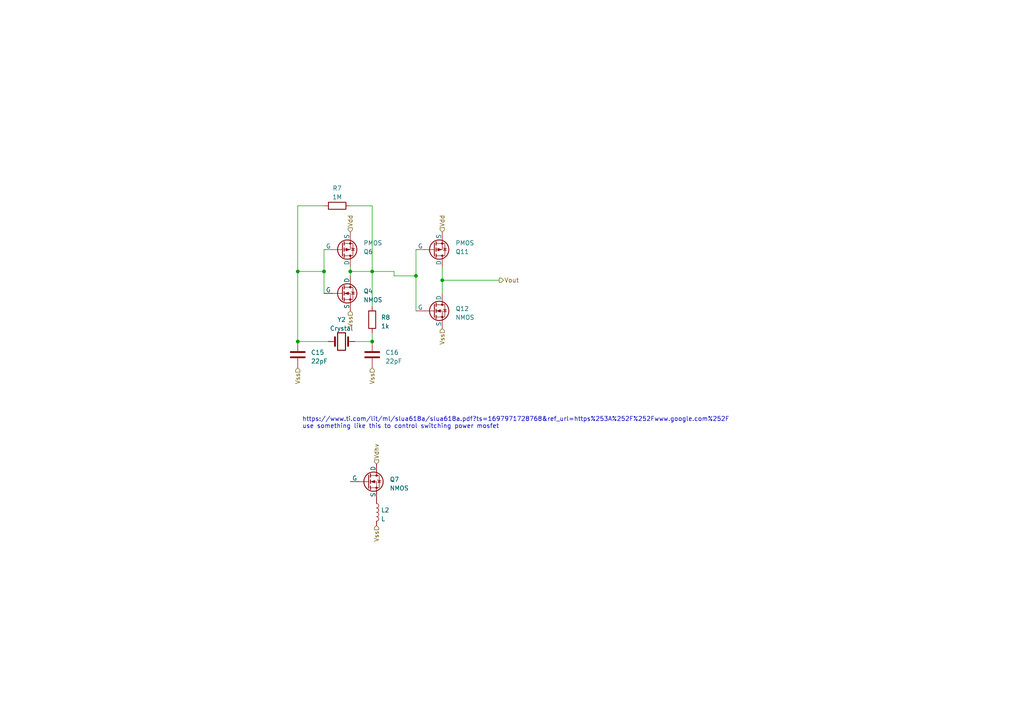
<source format=kicad_sch>
(kicad_sch (version 20230121) (generator eeschema)
  (paper "A4")
  (lib_symbols
    (symbol "Device:C" (pin_numbers hide) (pin_names (offset 0.254))
      (property "Reference" "C" (at 0.635 2.54 0))
      (property "Value" "C" (at 0.635 -2.54 0))
      (symbol "C_0_1"
        (polyline (pts (xy -2.032 -0.762) (xy 2.032 -0.762)) (stroke (width 0.508)))
        (polyline (pts (xy -2.032 0.762) (xy 2.032 0.762)) (stroke (width 0.508)))
      )
      (symbol "C_1_1"
        (pin passive line (at 0 3.81 270) (length 2.794) (name "~") (number "1"))
        (pin passive line (at 0 -3.81 90) (length 2.794) (name "~") (number "2"))
      )
    )
    (symbol "Device:Crystal" (pin_numbers hide) (pin_names (offset 1.016) hide)
      (property "Reference" "Y" (at 0 3.81 0))
      (property "Value" "Crystal" (at 0 -3.81 0))
      (symbol "Crystal_0_1"
        (rectangle (start -1.143 2.54) (end 1.143 -2.54) (stroke (width 0.3048)))
        (polyline (pts (xy -2.54 0) (xy -1.905 0)))
        (polyline (pts (xy -1.905 -1.27) (xy -1.905 1.27)) (stroke (width 0.508)))
        (polyline (pts (xy 1.905 -1.27) (xy 1.905 1.27)) (stroke (width 0.508)))
        (polyline (pts (xy 2.54 0) (xy 1.905 0)))
      )
      (symbol "Crystal_1_1"
        (pin passive line (at -3.81 0 0) (length 1.27) (name "1") (number "1"))
        (pin passive line (at 3.81 0 180) (length 1.27) (name "2") (number "2"))
      )
    )
    (symbol "Device:L" (pin_numbers hide) (pin_names (offset 1.016) hide)
      (property "Reference" "L" (at -1.27 0 90))
      (property "Value" "L" (at 1.905 0 90))
      (symbol "L_0_1"
        (arc (start 0 -2.54) (mid 0.6323 -1.905) (end 0 -1.27))
        (arc (start 0 -1.27) (mid 0.6323 -0.635) (end 0 0))
        (arc (start 0 0) (mid 0.6323 0.635) (end 0 1.27))
        (arc (start 0 1.27) (mid 0.6323 1.905) (end 0 2.54))
      )
      (symbol "L_1_1"
        (pin passive line (at 0 3.81 270) (length 1.27) (name "1") (number "1"))
        (pin passive line (at 0 -3.81 90) (length 1.27) (name "2") (number "2"))
      )
    )
    (symbol "Device:R" (pin_numbers hide) (pin_names (offset 0))
      (property "Reference" "R" (at 2.032 0 90))
      (property "Value" "R" (at 0 0 90))
      (symbol "R_0_1"
        (rectangle (start -1.016 -2.54) (end 1.016 2.54) (stroke (width 0.254)))
      )
      (symbol "R_1_1"
        (pin passive line (at 0 3.81 270) (length 1.27) (name "~") (number "1"))
        (pin passive line (at 0 -3.81 90) (length 1.27) (name "~") (number "2"))
      )
    )
    (symbol "Simulation_SPICE:NMOS" (pin_numbers hide) (pin_names (offset 0))
      (property "Reference" "Q" (at 5.08 1.27 0))
      (property "Value" "NMOS" (at 5.08 -1.27 0))
      (symbol "NMOS_0_1"
        (polyline (pts (xy 0.254 0) (xy -2.54 0)))
        (polyline (pts (xy 0.254 1.905) (xy 0.254 -1.905)) (stroke (width 0.254)))
        (polyline (pts (xy 0.762 -1.27) (xy 0.762 -2.286)) (stroke (width 0.254)))
        (polyline (pts (xy 0.762 0.508) (xy 0.762 -0.508)) (stroke (width 0.254)))
        (polyline (pts (xy 0.762 2.286) (xy 0.762 1.27)) (stroke (width 0.254)))
        (polyline (pts (xy 2.54 2.54) (xy 2.54 1.778)))
        (polyline (pts (xy 2.54 -2.54) (xy 2.54 0) (xy 0.762 0)))
        (polyline (pts (xy 0.762 -1.778) (xy 3.302 -1.778) (xy 3.302 1.778) (xy 0.762 1.778)))
        (polyline (pts (xy 1.016 0) (xy 2.032 0.381) (xy 2.032 -0.381) (xy 1.016 0)) (fill (type outline)))
        (polyline (pts (xy 2.794 0.508) (xy 2.921 0.381) (xy 3.683 0.381) (xy 3.81 0.254)))
        (polyline (pts (xy 3.302 0.381) (xy 2.921 -0.254) (xy 3.683 -0.254) (xy 3.302 0.381)))
        (circle (center 1.651 0) (radius 2.794) (stroke (width 0.254)))
        (circle (center 2.54 -1.778) (radius 0.254) (fill (type outline)))
        (circle (center 2.54 1.778) (radius 0.254) (fill (type outline)))
      )
      (symbol "NMOS_1_1"
        (pin passive line (at 2.54 5.08 270) (length 2.54) (name "D") (number "1"))
        (pin input line (at -5.08 0 0) (length 2.54) (name "G") (number "2"))
        (pin passive line (at 2.54 -5.08 90) (length 2.54) (name "S") (number "3"))
      )
    )
    (symbol "Simulation_SPICE:PMOS" (pin_numbers hide) (pin_names (offset 0))
      (property "Reference" "Q" (at 5.08 1.27 0))
      (property "Value" "PMOS" (at 5.08 -1.27 0))
      (symbol "PMOS_0_1"
        (polyline (pts (xy 0.254 0) (xy -2.54 0)))
        (polyline (pts (xy 0.254 1.905) (xy 0.254 -1.905)) (stroke (width 0.254)))
        (polyline (pts (xy 0.762 -1.27) (xy 0.762 -2.286)) (stroke (width 0.254)))
        (polyline (pts (xy 0.762 0.508) (xy 0.762 -0.508)) (stroke (width 0.254)))
        (polyline (pts (xy 0.762 2.286) (xy 0.762 1.27)) (stroke (width 0.254)))
        (polyline (pts (xy 2.54 2.54) (xy 2.54 1.778)))
        (polyline (pts (xy 2.54 -2.54) (xy 2.54 0) (xy 0.762 0)))
        (polyline (pts (xy 0.762 1.778) (xy 3.302 1.778) (xy 3.302 -1.778) (xy 0.762 -1.778)))
        (polyline (pts (xy 2.286 0) (xy 1.27 0.381) (xy 1.27 -0.381) (xy 2.286 0)) (fill (type outline)))
        (polyline (pts (xy 2.794 -0.508) (xy 2.921 -0.381) (xy 3.683 -0.381) (xy 3.81 -0.254)))
        (polyline (pts (xy 3.302 -0.381) (xy 2.921 0.254) (xy 3.683 0.254) (xy 3.302 -0.381)))
        (circle (center 1.651 0) (radius 2.794) (stroke (width 0.254)))
        (circle (center 2.54 -1.778) (radius 0.254) (fill (type outline)))
        (circle (center 2.54 1.778) (radius 0.254) (fill (type outline)))
      )
      (symbol "PMOS_1_1"
        (pin passive line (at 2.54 5.08 270) (length 2.54) (name "D") (number "1"))
        (pin input line (at -5.08 0 0) (length 2.54) (name "G") (number "2"))
        (pin passive line (at 2.54 -5.08 90) (length 2.54) (name "S") (number "3"))
      )
    )
  )
  (junction (at 86.36 99.06))
  (junction (at 101.6 78.74))
  (junction (at 107.95 78.74))
  (junction (at 128.27 81.28))
  (junction (at 120.65 80.01))
  (junction (at 107.95 99.06))
  (junction (at 93.98 78.74))
  (junction (at 86.36 78.74))
  (wire (pts (xy 101.6 78.74) (xy 107.95 78.74)))
  (wire (pts (xy 101.6 77.47) (xy 101.6 78.74)))
  (wire (pts (xy 86.36 78.74) (xy 93.98 78.74)))
  (wire (pts (xy 114.3 80.01) (xy 120.65 80.01)))
  (wire (pts (xy 107.95 96.52) (xy 107.95 99.06)))
  (wire (pts (xy 93.98 78.74) (xy 93.98 85.09)))
  (wire (pts (xy 107.95 59.69) (xy 101.6 59.69)))
  (wire (pts (xy 93.98 72.39) (xy 93.98 78.74)))
  (wire (pts (xy 128.27 81.28) (xy 144.78 81.28)))
  (wire (pts (xy 107.95 78.74) (xy 114.3 78.74)))
  (wire (pts (xy 120.65 80.01) (xy 120.65 90.17)))
  (wire (pts (xy 128.27 77.47) (xy 128.27 81.28)))
  (wire (pts (xy 128.27 81.28) (xy 128.27 85.09)))
  (wire (pts (xy 93.98 59.69) (xy 86.36 59.69)))
  (wire (pts (xy 102.87 99.06) (xy 107.95 99.06)))
  (wire (pts (xy 107.95 88.9) (xy 107.95 78.74)))
  (wire (pts (xy 86.36 99.06) (xy 95.25 99.06)))
  (wire (pts (xy 86.36 78.74) (xy 86.36 99.06)))
  (wire (pts (xy 120.65 72.39) (xy 120.65 80.01)))
  (wire (pts (xy 86.36 59.69) (xy 86.36 78.74)))
  (wire (pts (xy 107.95 78.74) (xy 107.95 59.69)))
  (wire (pts (xy 114.3 78.74) (xy 114.3 80.01)))
  (wire (pts (xy 101.6 78.74) (xy 101.6 80.01)))
  (text "https://www.ti.com/lit/ml/slua618a/slua618a.pdf?ts=1697971728768&ref_url=https%253A%252F%252Fwww.google.com%252F\nuse something like this to control switching power mosfet" (at 87.63 124.46 0) (effects (font (size 1.27 1.27)) (justify left bottom)))
  (hierarchical_label "Vss" (shape input) (at 107.95 106.68 270))
  (hierarchical_label "Vss" (shape input) (at 86.36 106.68 270))
  (hierarchical_label "Vdd" (shape input) (at 128.27 67.31 90))
  (hierarchical_label "Vss" (shape input) (at 109.22 152.4 270))
  (hierarchical_label "Vss" (shape input) (at 128.27 95.25 270))
  (hierarchical_label "Vdd" (shape input) (at 101.6 67.31 90))
  (hierarchical_label "Vdhv" (shape input) (at 109.22 134.62 90))
  (hierarchical_label "Vss" (shape input) (at 101.6 90.17 270))
  (hierarchical_label "Vout" (shape output) (at 144.78 81.28 0))
  (symbol (lib_id "Simulation_SPICE:PMOS") (at 99.06 72.39 0) (mirror x) (unit 1)
    (property "Reference" "Q6" (at 105.41 73.025 0) (effects (justify left)))
    (property "Value" "PMOS" (at 105.41 70.485 0) (effects (justify left)))
    (property "Datasheet" "https://ngspice.sourceforge.io/docs/ngspice-manual.pdf" (effects hide))
    (property "Sim.Device" "PMOS" (effects hide))
    (property "Sim.Type" "VDMOS" (effects hide))
    (property "Sim.Pins" "1=D 2=G 3=S" (effects hide))
  )
  (symbol (lib_id "Simulation_SPICE:PMOS") (at 125.73 72.39 0) (mirror x) (unit 1)
    (property "Reference" "Q11" (at 132.08 73.025 0) (effects (justify left)))
    (property "Value" "PMOS" (at 132.08 70.485 0) (effects (justify left)))
    (property "Datasheet" "https://ngspice.sourceforge.io/docs/ngspice-manual.pdf" (effects hide))
    (property "Sim.Device" "PMOS" (effects hide))
    (property "Sim.Type" "VDMOS" (effects hide))
    (property "Sim.Pins" "1=D 2=G 3=S" (effects hide))
  )
  (symbol (lib_id "Device:C") (at 86.36 102.87 0) (unit 1)
    (property "Reference" "C15" (at 90.17 102.235 0) (effects (justify left)))
    (property "Value" "22pF" (at 90.17 104.775 0) (effects (justify left)))
  )
  (symbol (lib_id "Simulation_SPICE:NMOS") (at 99.06 85.09 0) (unit 1)
    (property "Reference" "Q4" (at 105.41 84.455 0) (effects (justify left)))
    (property "Value" "NMOS" (at 105.41 86.995 0) (effects (justify left)))
    (property "Datasheet" "https://ngspice.sourceforge.io/docs/ngspice-manual.pdf" (effects hide))
    (property "Sim.Device" "NMOS" (effects hide))
    (property "Sim.Type" "VDMOS" (effects hide))
    (property "Sim.Pins" "1=D 2=G 3=S" (effects hide))
  )
  (symbol (lib_id "Device:L") (at 109.22 148.59 0) (unit 1)
    (property "Reference" "L2" (at 110.49 147.955 0) (effects (justify left)))
    (property "Value" "L" (at 110.49 150.495 0) (effects (justify left)))
  )
  (symbol (lib_id "Device:R") (at 97.79 59.69 90) (unit 1)
    (property "Reference" "R7" (at 97.79 54.61 90))
    (property "Value" "1M" (at 97.79 57.15 90))
  )
  (symbol (lib_id "Device:Crystal") (at 99.06 99.06 0) (unit 1)
    (property "Reference" "Y2" (at 99.06 92.71 0))
    (property "Value" "Crystal" (at 99.06 95.25 0))
  )
  (symbol (lib_id "Device:R") (at 107.95 92.71 0) (unit 1)
    (property "Reference" "R8" (at 110.49 92.075 0) (effects (justify left)))
    (property "Value" "1k" (at 110.49 94.615 0) (effects (justify left)))
  )
  (symbol (lib_id "Simulation_SPICE:NMOS") (at 106.68 139.7 0) (unit 1)
    (property "Reference" "Q7" (at 113.03 139.065 0) (effects (justify left)))
    (property "Value" "NMOS" (at 113.03 141.605 0) (effects (justify left)))
    (property "Datasheet" "https://ngspice.sourceforge.io/docs/ngspice-manual.pdf" (effects hide))
    (property "Sim.Device" "NMOS" (effects hide))
    (property "Sim.Type" "VDMOS" (effects hide))
    (property "Sim.Pins" "1=D 2=G 3=S" (effects hide))
  )
  (symbol (lib_id "Simulation_SPICE:NMOS") (at 125.73 90.17 0) (unit 1)
    (property "Reference" "Q12" (at 132.08 89.535 0) (effects (justify left)))
    (property "Value" "NMOS" (at 132.08 92.075 0) (effects (justify left)))
    (property "Datasheet" "https://ngspice.sourceforge.io/docs/ngspice-manual.pdf" (effects hide))
    (property "Sim.Device" "NMOS" (effects hide))
    (property "Sim.Type" "VDMOS" (effects hide))
    (property "Sim.Pins" "1=D 2=G 3=S" (effects hide))
  )
  (symbol (lib_id "Device:C") (at 107.95 102.87 0) (unit 1)
    (property "Reference" "C16" (at 111.76 102.235 0) (effects (justify left)))
    (property "Value" "22pF" (at 111.76 104.775 0) (effects (justify left)))
  )
)
</source>
